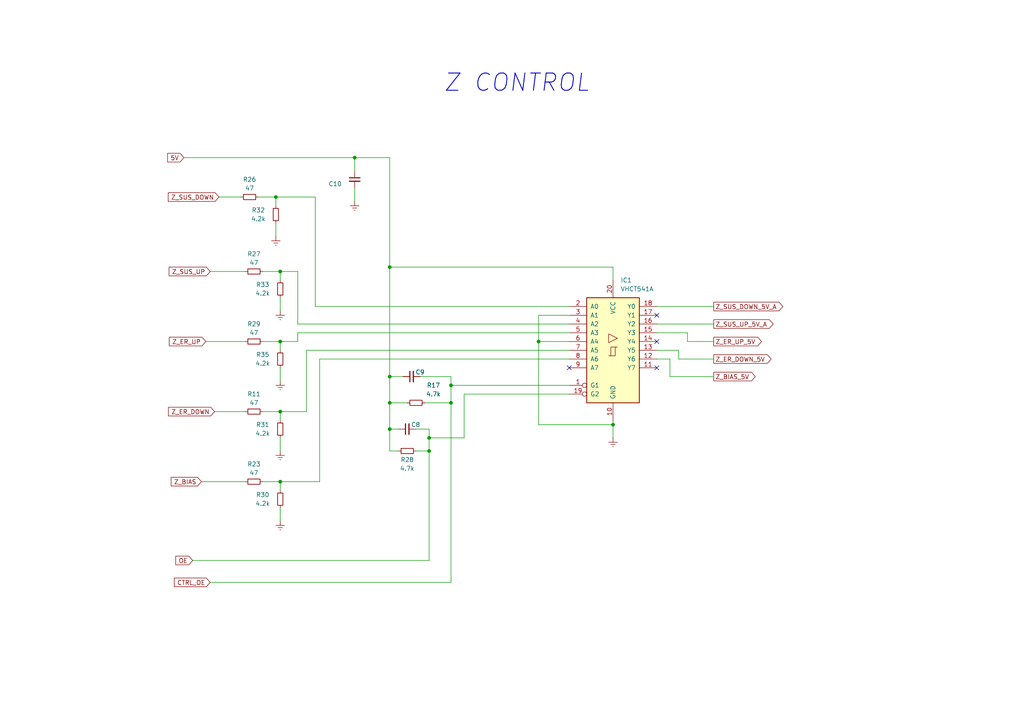
<source format=kicad_sch>
(kicad_sch (version 20231120) (generator "eeschema") (generator_version "8.0")
  (paper "A4")
  (title_block (title "X BOARD LG PLASMA TV PANEL") (date "2025-04-03") (rev "1.0") (comment 1 "Author: Fábio Pereira da Silva") (comment 2 "Z CONTROL"))
  (lib_symbols
    (symbol "74xx:74AHCT541" (pin_names (offset 1.016))
      (property "Reference" "U" (at -7.62 16.51 0))
      (property "Value" "74AHCT541" (at -7.62 -16.51 0))
      (symbol "74AHCT541_1_0"
        (polyline (pts (xy -0.635 -1.6002) (xy -0.635 0.9398) (xy 0.635 0.9398)))
        (polyline (pts (xy -1.27 -1.6002) (xy 0.635 -1.6002) (xy 0.635 0.9398) (xy 1.27 0.9398)))
        (polyline (pts (xy 1.27 3.4798) (xy -1.27 4.7498) (xy -1.27 2.2098) (xy 1.27 3.4798)) (stroke (width 0.1524)))
        (pin input inverted (at -12.7 -10.16 0) (length 5.08) (name "G1") (number "1"))
        (pin power_in line (at 0 -20.32 90) (length 5.08) (name "GND") (number "10"))
        (pin tri_state line (at 12.7 -5.08 180) (length 5.08) (name "Y7") (number "11"))
        (pin tri_state line (at 12.7 -2.54 180) (length 5.08) (name "Y6") (number "12"))
        (pin tri_state line (at 12.7 0 180) (length 5.08) (name "Y5") (number "13"))
        (pin tri_state line (at 12.7 2.54 180) (length 5.08) (name "Y4") (number "14"))
        (pin tri_state line (at 12.7 5.08 180) (length 5.08) (name "Y3") (number "15"))
        (pin tri_state line (at 12.7 7.62 180) (length 5.08) (name "Y2") (number "16"))
        (pin tri_state line (at 12.7 10.16 180) (length 5.08) (name "Y1") (number "17"))
        (pin tri_state line (at 12.7 12.7 180) (length 5.08) (name "Y0") (number "18"))
        (pin input inverted (at -12.7 -12.7 0) (length 5.08) (name "G2") (number "19"))
        (pin input line (at -12.7 12.7 0) (length 5.08) (name "A0") (number "2"))
        (pin power_in line (at 0 20.32 270) (length 5.08) (name "VCC") (number "20"))
        (pin input line (at -12.7 10.16 0) (length 5.08) (name "A1") (number "3"))
        (pin input line (at -12.7 7.62 0) (length 5.08) (name "A2") (number "4"))
        (pin input line (at -12.7 5.08 0) (length 5.08) (name "A3") (number "5"))
        (pin input line (at -12.7 2.54 0) (length 5.08) (name "A4") (number "6"))
        (pin input line (at -12.7 0 0) (length 5.08) (name "A5") (number "7"))
        (pin input line (at -12.7 -2.54 0) (length 5.08) (name "A6") (number "8"))
        (pin input line (at -12.7 -5.08 0) (length 5.08) (name "A7") (number "9"))
      )
      (symbol "74AHCT541_1_1"
        (rectangle (start -7.62 15.24) (end 7.62 -15.24) (stroke (width 0.254)) (fill (type background)))
      )
    )
    (symbol "Device:C_Small" (pin_numbers hide) (pin_names (offset 0.254) hide)
      (property "Reference" "C" (at 0.254 1.778 0))
      (property "Value" "C_Small" (at 0.254 -2.032 0))
      (symbol "C_Small_0_1"
        (polyline (pts (xy -1.524 -0.508) (xy 1.524 -0.508)) (stroke (width 0.3302)))
        (polyline (pts (xy -1.524 0.508) (xy 1.524 0.508)) (stroke (width 0.3048)))
      )
      (symbol "C_Small_1_1"
        (pin passive line (at 0 2.54 270) (length 2.032) (name "~") (number "1"))
        (pin passive line (at 0 -2.54 90) (length 2.032) (name "~") (number "2"))
      )
    )
    (symbol "Device:R_Small" (pin_numbers hide) (pin_names (offset 0.254) hide)
      (property "Reference" "R" (at 0.762 0.508 0))
      (property "Value" "R_Small" (at 0.762 -1.016 0))
      (symbol "R_Small_0_1"
        (rectangle (start -0.762 1.778) (end 0.762 -1.778) (stroke (width 0.2032)))
      )
      (symbol "R_Small_1_1"
        (pin passive line (at 0 2.54 270) (length 0.762) (name "~") (number "1"))
        (pin passive line (at 0 -2.54 90) (length 0.762) (name "~") (number "2"))
      )
    )
    (symbol "power:Earth" (power) (pin_numbers hide) (pin_names (offset 0) hide)
      (property "Value" "Earth" (at 0 -3.81 0))
      (symbol "Earth_0_1"
        (polyline (pts (xy -0.635 -1.905) (xy 0.635 -1.905)))
        (polyline (pts (xy -0.127 -2.54) (xy 0.127 -2.54)))
        (polyline (pts (xy 0 -1.27) (xy 0 0)))
        (polyline (pts (xy 1.27 -1.27) (xy -1.27 -1.27)))
      )
      (symbol "Earth_1_1"
        (pin power_in line (at 0 0 270) (length 0) (name "~") (number "1"))
      )
    )
  )
  (junction (at 81.28 139.7))
  (junction (at 113.03 124.46))
  (junction (at 156.21 99.06))
  (junction (at 113.03 116.84))
  (junction (at 124.46 130.81))
  (junction (at 130.81 111.76))
  (junction (at 113.03 77.47))
  (junction (at 80.01 57.15))
  (junction (at 113.03 109.22))
  (junction (at 130.81 116.84))
  (junction (at 102.87 45.72))
  (junction (at 81.28 78.74))
  (junction (at 124.46 127))
  (junction (at 177.8 123.19))
  (junction (at 81.28 119.38))
  (junction (at 81.28 99.06))
  (no_connect (at 190.5 91.44))
  (no_connect (at 190.5 99.06))
  (no_connect (at 165.1 106.68))
  (no_connect (at 190.5 106.68))
  (wire (pts (xy 80.01 57.15) (xy 91.44 57.15)))
  (wire (pts (xy 165.1 99.06) (xy 156.21 99.06)))
  (wire (pts (xy 81.28 99.06) (xy 86.36 99.06)))
  (wire (pts (xy 59.69 99.06) (xy 71.12 99.06)))
  (wire (pts (xy 207.01 99.06) (xy 199.39 99.06)))
  (wire (pts (xy 102.87 45.72) (xy 113.03 45.72)))
  (wire (pts (xy 80.01 64.77) (xy 80.01 68.58)))
  (wire (pts (xy 165.1 104.14) (xy 92.71 104.14)))
  (wire (pts (xy 156.21 99.06) (xy 156.21 123.19)))
  (wire (pts (xy 121.92 109.22) (xy 130.81 109.22)))
  (wire (pts (xy 113.03 45.72) (xy 113.03 77.47)))
  (wire (pts (xy 113.03 130.81) (xy 113.03 124.46)))
  (wire (pts (xy 86.36 96.52) (xy 165.1 96.52)))
  (wire (pts (xy 76.2 99.06) (xy 81.28 99.06)))
  (wire (pts (xy 81.28 139.7) (xy 92.71 139.7)))
  (wire (pts (xy 81.28 106.68) (xy 81.28 110.49)))
  (wire (pts (xy 113.03 109.22) (xy 113.03 116.84)))
  (wire (pts (xy 207.01 109.22) (xy 194.31 109.22)))
  (wire (pts (xy 63.5 57.15) (xy 69.85 57.15)))
  (wire (pts (xy 88.9 119.38) (xy 81.28 119.38)))
  (wire (pts (xy 156.21 99.06) (xy 156.21 91.44)))
  (wire (pts (xy 58.42 139.7) (xy 71.12 139.7)))
  (wire (pts (xy 199.39 96.52) (xy 190.5 96.52)))
  (wire (pts (xy 113.03 77.47) (xy 177.8 77.47)))
  (wire (pts (xy 81.28 78.74) (xy 81.28 81.28)))
  (wire (pts (xy 81.28 99.06) (xy 81.28 101.6)))
  (wire (pts (xy 190.5 93.98) (xy 207.01 93.98)))
  (wire (pts (xy 156.21 123.19) (xy 177.8 123.19)))
  (wire (pts (xy 196.85 101.6) (xy 190.5 101.6)))
  (wire (pts (xy 74.93 57.15) (xy 80.01 57.15)))
  (wire (pts (xy 156.21 91.44) (xy 165.1 91.44)))
  (wire (pts (xy 177.8 123.19) (xy 177.8 127)))
  (wire (pts (xy 102.87 45.72) (xy 102.87 49.53)))
  (wire (pts (xy 86.36 99.06) (xy 86.36 96.52)))
  (wire (pts (xy 88.9 119.38) (xy 88.9 101.6)))
  (wire (pts (xy 120.65 124.46) (xy 124.46 124.46)))
  (wire (pts (xy 196.85 104.14) (xy 196.85 101.6)))
  (wire (pts (xy 60.96 78.74) (xy 71.12 78.74)))
  (wire (pts (xy 194.31 109.22) (xy 194.31 104.14)))
  (wire (pts (xy 81.28 119.38) (xy 81.28 121.92)))
  (wire (pts (xy 199.39 99.06) (xy 199.39 96.52)))
  (wire (pts (xy 207.01 104.14) (xy 196.85 104.14)))
  (wire (pts (xy 113.03 116.84) (xy 113.03 124.46)))
  (wire (pts (xy 177.8 121.92) (xy 177.8 123.19)))
  (wire (pts (xy 80.01 57.15) (xy 80.01 59.69)))
  (wire (pts (xy 55.88 162.56) (xy 124.46 162.56)))
  (wire (pts (xy 76.2 139.7) (xy 81.28 139.7)))
  (wire (pts (xy 134.62 114.3) (xy 165.1 114.3)))
  (wire (pts (xy 81.28 86.36) (xy 81.28 90.17)))
  (wire (pts (xy 86.36 78.74) (xy 81.28 78.74)))
  (wire (pts (xy 60.96 168.91) (xy 130.81 168.91)))
  (wire (pts (xy 177.8 81.28) (xy 177.8 77.47)))
  (wire (pts (xy 123.19 116.84) (xy 130.81 116.84)))
  (wire (pts (xy 76.2 119.38) (xy 81.28 119.38)))
  (wire (pts (xy 102.87 54.61) (xy 102.87 58.42)))
  (wire (pts (xy 115.57 130.81) (xy 113.03 130.81)))
  (wire (pts (xy 113.03 116.84) (xy 118.11 116.84)))
  (wire (pts (xy 81.28 147.32) (xy 81.28 151.13)))
  (wire (pts (xy 81.28 139.7) (xy 81.28 142.24)))
  (wire (pts (xy 92.71 104.14) (xy 92.71 139.7)))
  (wire (pts (xy 124.46 127) (xy 124.46 130.81)))
  (wire (pts (xy 130.81 111.76) (xy 130.81 116.84)))
  (wire (pts (xy 124.46 127) (xy 134.62 127)))
  (wire (pts (xy 88.9 101.6) (xy 165.1 101.6)))
  (wire (pts (xy 130.81 111.76) (xy 165.1 111.76)))
  (wire (pts (xy 86.36 78.74) (xy 86.36 93.98)))
  (wire (pts (xy 91.44 57.15) (xy 91.44 88.9)))
  (wire (pts (xy 102.87 45.72) (xy 53.34 45.72)))
  (wire (pts (xy 190.5 88.9) (xy 207.01 88.9)))
  (wire (pts (xy 120.65 130.81) (xy 124.46 130.81)))
  (wire (pts (xy 124.46 124.46) (xy 124.46 127)))
  (wire (pts (xy 62.23 119.38) (xy 71.12 119.38)))
  (wire (pts (xy 91.44 88.9) (xy 165.1 88.9)))
  (wire (pts (xy 113.03 77.47) (xy 113.03 109.22)))
  (wire (pts (xy 86.36 93.98) (xy 165.1 93.98)))
  (wire (pts (xy 113.03 124.46) (xy 115.57 124.46)))
  (wire (pts (xy 134.62 127) (xy 134.62 114.3)))
  (wire (pts (xy 130.81 109.22) (xy 130.81 111.76)))
  (wire (pts (xy 124.46 162.56) (xy 124.46 130.81)))
  (wire (pts (xy 194.31 104.14) (xy 190.5 104.14)))
  (wire (pts (xy 130.81 116.84) (xy 130.81 168.91)))
  (wire (pts (xy 76.2 78.74) (xy 81.28 78.74)))
  (wire (pts (xy 113.03 109.22) (xy 116.84 109.22)))
  (wire (pts (xy 81.28 127) (xy 81.28 130.81)))
  (text "Z CONTROL" (at 149.86 24.13 0) (effects (font (size 5 5) (thickness 0.254) (bold yes) (italic yes))))
  (global_label "Z_SUS_DOWN_5V_A" (shape output) (at 207.01 88.9 0) (property "Intersheetrefs" "${INTERSHEET_REFS}" (effects (hide yes))))
  (global_label "CTRL_OE" (shape input) (at 60.96 168.91 180) (property "Intersheetrefs" "${INTERSHEET_REFS}" (effects (hide yes))))
  (global_label "Z_SUS_UP" (shape input) (at 60.96 78.74 180) (property "Intersheetrefs" "${INTERSHEET_REFS}" (effects (hide yes))))
  (global_label "Z_ER_DOWN_5V" (shape output) (at 207.01 104.14 0) (property "Intersheetrefs" "${INTERSHEET_REFS}" (effects (hide yes))))
  (global_label "Z_ER_UP" (shape input) (at 59.69 99.06 180) (property "Intersheetrefs" "${INTERSHEET_REFS}" (effects (hide yes))))
  (global_label "Z_SUS_DOWN" (shape input) (at 63.5 57.15 180) (property "Intersheetrefs" "${INTERSHEET_REFS}" (effects (hide yes))))
  (global_label "Z_ER_UP_5V" (shape output) (at 207.01 99.06 0) (property "Intersheetrefs" "${INTERSHEET_REFS}" (effects (hide yes))))
  (global_label "Z_BIAS_5V" (shape output) (at 207.01 109.22 0) (property "Intersheetrefs" "${INTERSHEET_REFS}" (effects (hide yes))))
  (global_label "5V" (shape input) (at 53.34 45.72 180) (property "Intersheetrefs" "${INTERSHEET_REFS}" (effects (hide yes))))
  (global_label "Z_SUS_UP_5V_A" (shape output) (at 207.01 93.98 0) (property "Intersheetrefs" "${INTERSHEET_REFS}" (effects (hide yes))))
  (global_label "Z_ER_DOWN" (shape input) (at 62.23 119.38 180) (property "Intersheetrefs" "${INTERSHEET_REFS}" (effects (hide yes))))
  (global_label "OE" (shape input) (at 55.88 162.56 180) (property "Intersheetrefs" "${INTERSHEET_REFS}" (effects (hide yes))))
  (global_label "Z_BIAS" (shape input) (at 58.42 139.7 180) (property "Intersheetrefs" "${INTERSHEET_REFS}" (effects (hide yes))))
  (symbol (lib_id "74xx:74AHCT541") (at 177.8 101.6 0) (unit 1)
    (property "Reference" "IC1" (at 179.9941 81.28 0) (effects (justify left)))
    (property "Value" "VHCT541A" (at 179.9941 83.82 0) (effects (justify left)))
    (property "Datasheet" "https://www.ti.com/lit/ds/symlink/sn74ahct541.pdf" (effects (hide yes)))
    (property "Description" "8-bit Buffer/Line Driver 3-state outputs" (effects (hide yes)))
  )
  (symbol (lib_id "Device:R_Small") (at 73.66 99.06 90) (unit 1)
    (property "Reference" "R29" (at 73.66 93.98 90))
    (property "Value" "47" (at 73.66 96.52 90))
    (property "Description" "Resistor, small symbol" (effects (hide yes)))
  )
  (symbol (lib_id "Device:R_Small") (at 81.28 124.46 0) (unit 1)
    (property "Reference" "R31" (at 76.2 123.19 0))
    (property "Value" "4.2k" (at 76.2 125.73 0))
    (property "Description" "Resistor, small symbol" (effects (hide yes)))
  )
  (symbol (lib_id "Device:R_Small") (at 73.66 119.38 90) (unit 1)
    (property "Reference" "R11" (at 73.66 114.3 90))
    (property "Value" "47" (at 73.66 116.84 90))
    (property "Description" "Resistor, small symbol" (effects (hide yes)))
  )
  (symbol (lib_id "Device:R_Small") (at 73.66 78.74 90) (unit 1)
    (property "Reference" "R27" (at 73.66 73.66 90))
    (property "Value" "47" (at 73.66 76.2 90))
    (property "Description" "Resistor, small symbol" (effects (hide yes)))
  )
  (symbol (lib_id "power:Earth") (at 81.28 130.81 0) (unit 1)
    (property "Reference" "#PWR25" (effects (hide yes)))
    (property "Value" "Earth" (effects (hide yes)))
    (property "Description" "Power symbol creates a global label with name \"Earth\"" (effects (hide yes)))
  )
  (symbol (lib_id "Device:R_Small") (at 81.28 144.78 0) (unit 1)
    (property "Reference" "R30" (at 76.2 143.51 0))
    (property "Value" "4.2k" (at 76.2 146.05 0))
    (property "Description" "Resistor, small symbol" (effects (hide yes)))
  )
  (symbol (lib_id "Device:R_Small") (at 81.28 83.82 0) (unit 1)
    (property "Reference" "R33" (at 76.2 82.55 0))
    (property "Value" "4.2k" (at 76.2 85.09 0))
    (property "Description" "Resistor, small symbol" (effects (hide yes)))
  )
  (symbol (lib_id "power:Earth") (at 81.28 151.13 0) (unit 1)
    (property "Reference" "#PWR26" (effects (hide yes)))
    (property "Value" "Earth" (effects (hide yes)))
    (property "Description" "Power symbol creates a global label with name \"Earth\"" (effects (hide yes)))
  )
  (symbol (lib_id "power:Earth") (at 81.28 90.17 0) (unit 1)
    (property "Reference" "#PWR23" (effects (hide yes)))
    (property "Value" "Earth" (effects (hide yes)))
    (property "Description" "Power symbol creates a global label with name \"Earth\"" (effects (hide yes)))
  )
  (symbol (lib_id "Device:R_Small") (at 81.28 104.14 0) (unit 1)
    (property "Reference" "R35" (at 76.2 102.87 0))
    (property "Value" "4.2k" (at 76.2 105.41 0))
    (property "Description" "Resistor, small symbol" (effects (hide yes)))
  )
  (symbol (lib_id "power:Earth") (at 177.8 127 0) (unit 1)
    (property "Reference" "#PWR21" (effects (hide yes)))
    (property "Value" "Earth" (effects (hide yes)))
    (property "Description" "Power symbol creates a global label with name \"Earth\"" (effects (hide yes)))
  )
  (symbol (lib_id "Device:R_Small") (at 80.01 62.23 0) (unit 1)
    (property "Reference" "R32" (at 74.93 60.96 0))
    (property "Value" "4.2k" (at 74.93 63.5 0))
    (property "Description" "Resistor, small symbol" (effects (hide yes)))
  )
  (symbol (lib_id "Device:R_Small") (at 72.39 57.15 90) (unit 1)
    (property "Reference" "R26" (at 72.39 52.07 90))
    (property "Value" "47" (at 72.39 54.61 90))
    (property "Description" "Resistor, small symbol" (effects (hide yes)))
  )
  (symbol (lib_id "Device:C_Small") (at 119.38 109.22 90) (unit 1)
    (property "Reference" "C9" (at 123.19 107.95 90) (effects (justify left)))
    (property "Value" "C_Small" (effects (hide yes)))
    (property "Description" "Unpolarized capacitor, small symbol" (effects (hide yes)))
  )
  (symbol (lib_id "Device:C_Small") (at 102.87 52.07 0) (unit 1)
    (property "Reference" "C10" (at 95.25 53.34 0) (effects (justify left)))
    (property "Value" "C_Small" (effects (hide yes)))
    (property "Description" "Unpolarized capacitor, small symbol" (effects (hide yes)))
  )
  (symbol (lib_id "Device:C_Small") (at 118.11 124.46 90) (unit 1)
    (property "Reference" "C8" (at 121.92 123.19 90) (effects (justify left)))
    (property "Value" "C_Small" (effects (hide yes)))
    (property "Description" "Unpolarized capacitor, small symbol" (effects (hide yes)))
  )
  (symbol (lib_id "power:Earth") (at 102.87 58.42 0) (unit 1)
    (property "Reference" "#PWR20" (effects (hide yes)))
    (property "Value" "Earth" (effects (hide yes)))
    (property "Description" "Power symbol creates a global label with name \"Earth\"" (effects (hide yes)))
  )
  (symbol (lib_id "Device:R_Small") (at 118.11 130.81 90) (unit 1)
    (property "Reference" "R28" (at 118.11 133.35 90))
    (property "Value" "4.7k" (at 118.11 135.89 90))
    (property "Description" "Resistor, small symbol" (effects (hide yes)))
  )
  (symbol (lib_id "Device:R_Small") (at 73.66 139.7 90) (unit 1)
    (property "Reference" "R23" (at 73.66 134.62 90))
    (property "Value" "47" (at 73.66 137.16 90))
    (property "Description" "Resistor, small symbol" (effects (hide yes)))
  )
  (symbol (lib_id "power:Earth") (at 80.01 68.58 0) (unit 1)
    (property "Reference" "#PWR22" (effects (hide yes)))
    (property "Value" "Earth" (effects (hide yes)))
    (property "Description" "Power symbol creates a global label with name \"Earth\"" (effects (hide yes)))
  )
  (symbol (lib_id "Device:R_Small") (at 120.65 116.84 90) (unit 1)
    (property "Reference" "R17" (at 125.73 111.76 90))
    (property "Value" "4.7k" (at 125.73 114.3 90))
    (property "Description" "Resistor, small symbol" (effects (hide yes)))
  )
  (symbol (lib_id "power:Earth") (at 81.28 110.49 0) (unit 1)
    (property "Reference" "#PWR24" (effects (hide yes)))
    (property "Value" "Earth" (effects (hide yes)))
    (property "Description" "Power symbol creates a global label with name \"Earth\"" (effects (hide yes)))
  )
)
</source>
